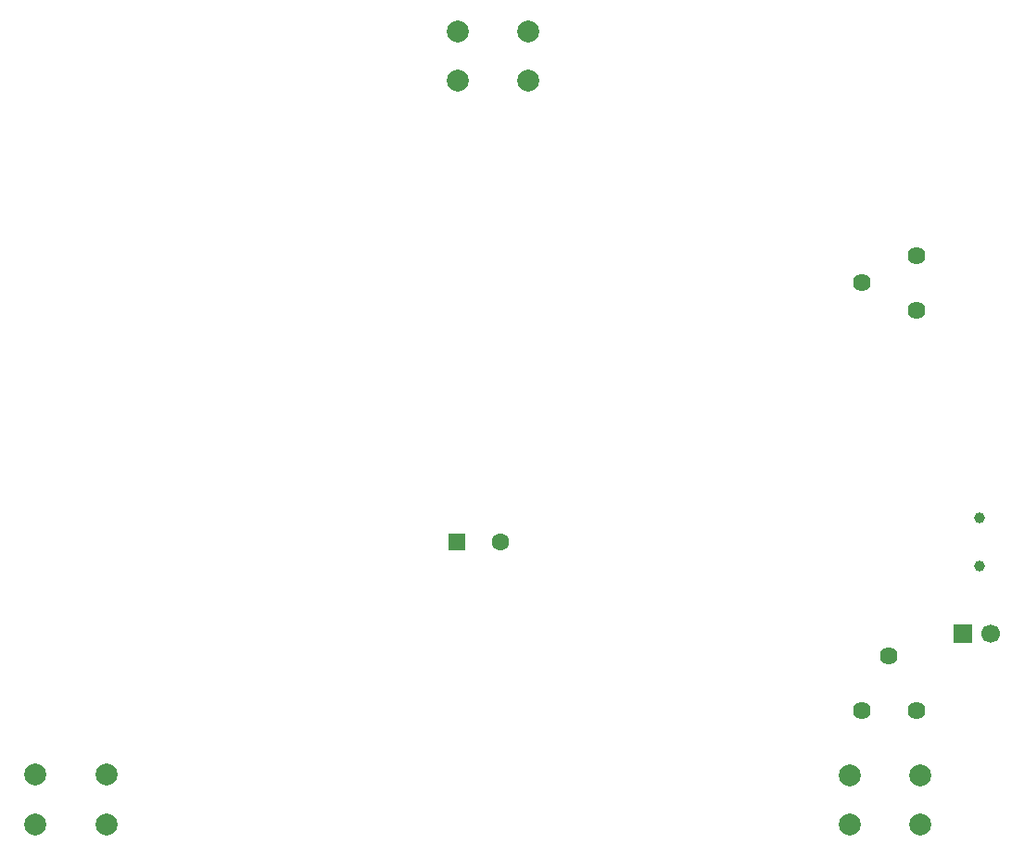
<source format=gbr>
%TF.GenerationSoftware,KiCad,Pcbnew,9.0.1*%
%TF.CreationDate,2025-07-23T18:00:58-03:00*%
%TF.ProjectId,board,626f6172-642e-46b6-9963-61645f706362,rev?*%
%TF.SameCoordinates,Original*%
%TF.FileFunction,Soldermask,Bot*%
%TF.FilePolarity,Negative*%
%FSLAX46Y46*%
G04 Gerber Fmt 4.6, Leading zero omitted, Abs format (unit mm)*
G04 Created by KiCad (PCBNEW 9.0.1) date 2025-07-23 18:00:58*
%MOMM*%
%LPD*%
G01*
G04 APERTURE LIST*
%ADD10C,1.620000*%
%ADD11R,1.700000X1.700000*%
%ADD12C,1.700000*%
%ADD13R,1.600000X1.600000*%
%ADD14C,1.600000*%
%ADD15C,2.000000*%
%ADD16C,1.000000*%
G04 APERTURE END LIST*
D10*
%TO.C,RV1*%
X110993000Y-42271000D03*
X105993000Y-44771000D03*
X110993000Y-47271000D03*
%TD*%
D11*
%TO.C,J1*%
X115234400Y-76835400D03*
D12*
X117774400Y-76835400D03*
%TD*%
D13*
%TO.C,BZ1*%
X69000000Y-68500000D03*
D14*
X73000000Y-68500000D03*
%TD*%
D15*
%TO.C,SW1*%
X69038400Y-21778400D03*
X75538400Y-21778400D03*
X69038400Y-26278400D03*
X75538400Y-26278400D03*
%TD*%
%TO.C,SW4*%
X111352400Y-94299600D03*
X104852400Y-94299600D03*
X111352400Y-89799600D03*
X104852400Y-89799600D03*
%TD*%
D10*
%TO.C,RV2*%
X110953000Y-83881600D03*
X108453000Y-78881600D03*
X105953000Y-83881600D03*
%TD*%
D16*
%TO.C,J2*%
X116730200Y-70678400D03*
X116730200Y-66278400D03*
%TD*%
D15*
%TO.C,SW2*%
X30481200Y-89748800D03*
X36981200Y-89748800D03*
X30481200Y-94248800D03*
X36981200Y-94248800D03*
%TD*%
M02*

</source>
